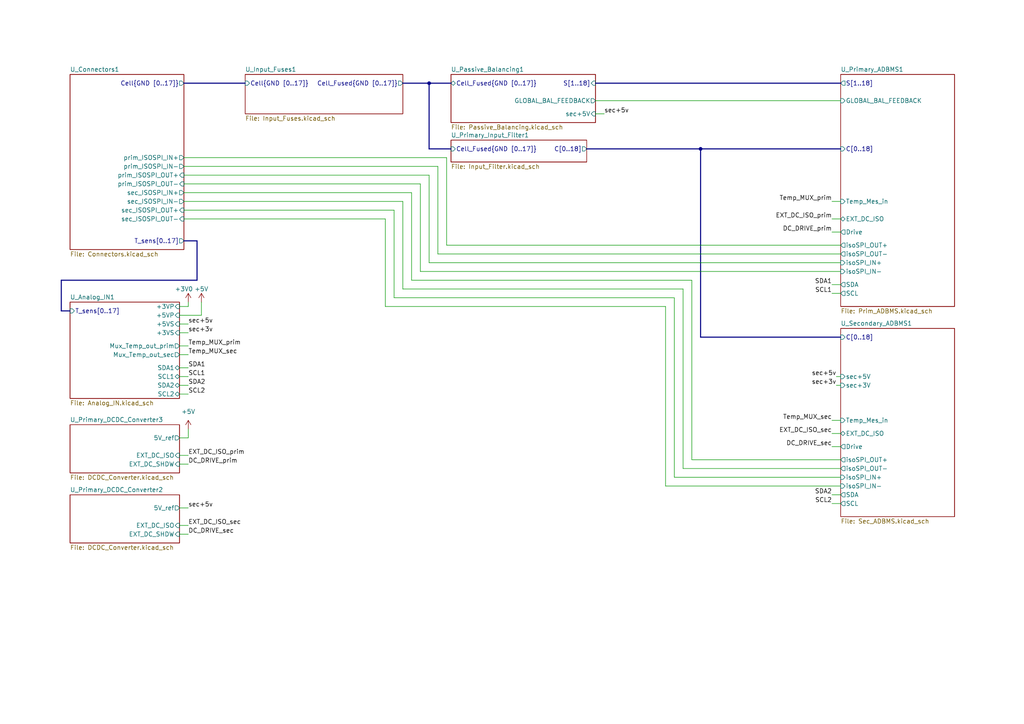
<source format=kicad_sch>
(kicad_sch (version 20230121) (generator eeschema)
  (paper "A4")
  (lib_symbols
    (symbol "power:+3V0" (power) (pin_names (offset 0))
      (property "Value" "+3V0" (at 0 3.556 0))
      (symbol "+3V0_0_1"
        (polyline (pts (xy -0.762 1.27) (xy 0 2.54)))
        (polyline (pts (xy 0 0) (xy 0 2.54)))
        (polyline (pts (xy 0 2.54) (xy 0.762 1.27)))
      )
      (symbol "+3V0_1_1"
        (pin power_in line (at 0 0 90) (length 0) hide (name "+3V0") (number "1"))
      )
    )
    (symbol "power:+5V" (power) (pin_names (offset 0))
      (property "Value" "+5V" (at 0 3.556 0))
      (symbol "+5V_0_1"
        (polyline (pts (xy -0.762 1.27) (xy 0 2.54)))
        (polyline (pts (xy 0 0) (xy 0 2.54)))
        (polyline (pts (xy 0 2.54) (xy 0.762 1.27)))
      )
      (symbol "+5V_1_1"
        (pin power_in line (at 0 0 90) (length 0) hide (name "+5V") (number "1"))
      )
    )
  )
  (junction (at 124.46 24.13))
  (junction (at 203.2 43.18))
  (wire (pts (xy 114.3 60.96) (xy 114.3 86.36)))
  (wire (pts (xy 111.76 63.5) (xy 111.76 88.9)))
  (wire (pts (xy 127 48.26) (xy 127 73.66)))
  (wire (pts (xy 111.76 88.9) (xy 193.04 88.9)))
  (wire (pts (xy 241.3 121.92) (xy 243.84 121.92)))
  (wire (pts (xy 53.34 58.42) (xy 116.84 58.42)))
  (bus (pts (xy 203.2 43.18) (xy 203.2 97.79)))
  (wire (pts (xy 195.58 86.36) (xy 195.58 138.43)))
  (wire (pts (xy 52.07 96.52) (xy 54.61 96.52)))
  (wire (pts (xy 53.34 63.5) (xy 111.76 63.5)))
  (wire (pts (xy 241.3 82.55) (xy 243.84 82.55)))
  (bus (pts (xy 203.2 43.18) (xy 243.84 43.18)))
  (bus (pts (xy 124.46 43.18) (xy 130.81 43.18)))
  (wire (pts (xy 52.07 91.44) (xy 58.42 91.44)))
  (wire (pts (xy 52.07 132.08) (xy 54.61 132.08)))
  (bus (pts (xy 203.2 97.79) (xy 243.84 97.79)))
  (bus (pts (xy 53.34 24.13) (xy 71.12 24.13)))
  (wire (pts (xy 193.04 88.9) (xy 193.04 140.97)))
  (wire (pts (xy 114.3 86.36) (xy 195.58 86.36)))
  (bus (pts (xy 53.34 69.85) (xy 57.15 69.85)))
  (wire (pts (xy 241.3 63.5) (xy 243.84 63.5)))
  (wire (pts (xy 241.3 129.54) (xy 243.84 129.54)))
  (wire (pts (xy 53.34 50.8) (xy 124.46 50.8)))
  (wire (pts (xy 129.54 45.72) (xy 129.54 71.12)))
  (wire (pts (xy 116.84 58.42) (xy 116.84 83.82)))
  (wire (pts (xy 200.66 81.28) (xy 200.66 133.35)))
  (wire (pts (xy 242.57 111.76) (xy 243.84 111.76)))
  (bus (pts (xy 124.46 24.13) (xy 124.46 43.18)))
  (wire (pts (xy 52.07 106.68) (xy 54.61 106.68)))
  (wire (pts (xy 124.46 50.8) (xy 124.46 76.2)))
  (bus (pts (xy 17.78 90.17) (xy 20.32 90.17)))
  (wire (pts (xy 119.38 81.28) (xy 200.66 81.28)))
  (wire (pts (xy 53.34 45.72) (xy 129.54 45.72)))
  (wire (pts (xy 121.92 78.74) (xy 243.84 78.74)))
  (bus (pts (xy 57.15 69.85) (xy 57.15 81.28)))
  (wire (pts (xy 52.07 154.94) (xy 54.61 154.94)))
  (wire (pts (xy 241.3 125.73) (xy 243.84 125.73)))
  (wire (pts (xy 53.34 60.96) (xy 114.3 60.96)))
  (bus (pts (xy 17.78 81.28) (xy 17.78 90.17)))
  (wire (pts (xy 52.07 127) (xy 54.61 127)))
  (wire (pts (xy 200.66 133.35) (xy 243.84 133.35)))
  (wire (pts (xy 52.07 109.22) (xy 54.61 109.22)))
  (wire (pts (xy 129.54 71.12) (xy 243.84 71.12)))
  (wire (pts (xy 53.34 53.34) (xy 121.92 53.34)))
  (wire (pts (xy 52.07 88.9) (xy 54.61 88.9)))
  (wire (pts (xy 52.07 147.32) (xy 54.61 147.32)))
  (wire (pts (xy 58.42 87.63) (xy 58.42 91.44)))
  (wire (pts (xy 121.92 53.34) (xy 121.92 78.74)))
  (wire (pts (xy 198.12 83.82) (xy 198.12 135.89)))
  (wire (pts (xy 53.34 55.88) (xy 119.38 55.88)))
  (wire (pts (xy 172.72 29.21) (xy 243.84 29.21)))
  (wire (pts (xy 116.84 83.82) (xy 198.12 83.82)))
  (wire (pts (xy 52.07 93.98) (xy 54.61 93.98)))
  (wire (pts (xy 241.3 143.51) (xy 243.84 143.51)))
  (wire (pts (xy 193.04 140.97) (xy 243.84 140.97)))
  (wire (pts (xy 242.57 109.22) (xy 243.84 109.22)))
  (wire (pts (xy 241.3 67.31) (xy 243.84 67.31)))
  (wire (pts (xy 241.3 146.05) (xy 243.84 146.05)))
  (wire (pts (xy 172.72 33.02) (xy 175.26 33.02)))
  (wire (pts (xy 119.38 55.88) (xy 119.38 81.28)))
  (wire (pts (xy 54.61 87.63) (xy 54.61 88.9)))
  (wire (pts (xy 198.12 135.89) (xy 243.84 135.89)))
  (bus (pts (xy 170.18 43.18) (xy 203.2 43.18)))
  (wire (pts (xy 52.07 134.62) (xy 54.61 134.62)))
  (wire (pts (xy 54.61 124.46) (xy 54.61 127)))
  (wire (pts (xy 195.58 138.43) (xy 243.84 138.43)))
  (bus (pts (xy 116.84 24.13) (xy 124.46 24.13)))
  (wire (pts (xy 52.07 111.76) (xy 54.61 111.76)))
  (wire (pts (xy 241.3 58.42) (xy 243.84 58.42)))
  (wire (pts (xy 241.3 85.09) (xy 243.84 85.09)))
  (wire (pts (xy 124.46 76.2) (xy 243.84 76.2)))
  (wire (pts (xy 52.07 114.3) (xy 54.61 114.3)))
  (wire (pts (xy 127 73.66) (xy 243.84 73.66)))
  (wire (pts (xy 52.07 152.4) (xy 54.61 152.4)))
  (bus (pts (xy 124.46 24.13) (xy 130.81 24.13)))
  (wire (pts (xy 53.34 48.26) (xy 127 48.26)))
  (bus (pts (xy 172.72 24.13) (xy 243.84 24.13)))
  (wire (pts (xy 52.07 100.33) (xy 54.61 100.33)))
  (wire (pts (xy 52.07 102.87) (xy 54.61 102.87)))
  (bus (pts (xy 17.78 81.28) (xy 57.15 81.28)))
  (label "Temp_MUX_prim" (at 241.3 58.42 180))
  (label "EXT_DC_ISO_prim" (at 54.61 132.08 0))
  (label "SDA2" (at 241.3 143.51 180))
  (label "SDA1" (at 241.3 82.55 180))
  (label "EXT_DC_ISO_prim" (at 241.3 63.5 180))
  (label "SDA2" (at 54.61 111.76 0))
  (label "SCL2" (at 54.61 114.3 0))
  (label "SDA1" (at 54.61 106.68 0))
  (label "sec+3v" (at 54.61 96.52 0))
  (label "sec+5v" (at 175.26 33.02 0))
  (label "DC_DRIVE_sec" (at 54.61 154.94 0))
  (label "sec+5v" (at 54.61 147.32 0))
  (label "DC_DRIVE_prim" (at 54.61 134.62 0))
  (label "SCL1" (at 54.61 109.22 0))
  (label "Temp_MUX_sec" (at 54.61 102.87 0))
  (label "DC_DRIVE_sec" (at 241.3 129.54 180))
  (label "Temp_MUX_prim" (at 54.61 100.33 0))
  (label "sec+3v" (at 242.57 111.76 180))
  (label "sec+5v" (at 242.57 109.22 180))
  (label "DC_DRIVE_prim" (at 241.3 67.31 180))
  (label "SCL2" (at 241.3 146.05 180))
  (label "EXT_DC_ISO_sec" (at 241.3 125.73 180))
  (label "SCL1" (at 241.3 85.09 180))
  (label "sec+5v" (at 54.61 93.98 0))
  (label "EXT_DC_ISO_sec" (at 54.61 152.4 0))
  (label "Temp_MUX_sec" (at 241.3 121.92 180))
  (symbol (lib_id "power:+5V") (at 54.61 124.46 0) (unit 1)
    (property "Reference" "#PWR016" (effects hide))
    (property "Value" "+5V" (at 54.61 119.38 0))
    (instances (project "BMS-Slave" (path "" (reference "#PWR016") (unit 1)) (path "" (reference "#PWR065") (unit 1))))
  )
  (symbol (lib_id "power:+3V0") (at 54.61 87.63 0) (unit 1)
    (property "Reference" "#PWR049" (effects hide))
    (property "Value" "+3V0" (at 53.34 83.82 0))
    (instances (project "BMS-Slave" (path "" (reference "#PWR049") (unit 1)) (path "" (reference "#PWR064") (unit 1))))
  )
  (symbol (lib_id "power:+5V") (at 58.42 87.63 0) (unit 1)
    (property "Reference" "#PWR048" (effects hide))
    (property "Value" "+5V" (at 58.42 83.82 0))
    (instances (project "BMS-Slave" (path "" (reference "#PWR048") (unit 1)) (path "" (reference "#PWR066") (unit 1))))
  )
  (sheet (at 20.32 143.51) (size 31.75 13.97) (stroke (width 0.1524))
    (property "Sheetname" "U_Primary_DCDC_Converter2" (at 20.32 142.7984 0) (effects (justify left bottom)))
    (property "Sheetfile" "DCDC_Converter.kicad_sch" (at 20.32 158.0646 0) (effects (justify left top)))
    (pin "5V_ref" output (at 52.07 147.32 0))
    (pin "EXT_DC_ISO" input (at 52.07 152.4 0))
    (pin "­­EXT_DC_SHDW" input (at 52.07 154.94 0))
  )
  (sheet (at 130.81 40.64) (size 39.37 6.35) (stroke (width 0.1524))
    (property "Sheetname" "U_Primary_Input_Filter1" (at 130.81 39.9284 0) (effects (justify left bottom)))
    (property "Sheetfile" "Input_Filter.kicad_sch" (at 130.81 47.5746 0) (effects (justify left top)))
    (pin "Cell_Fused{GND [0..17]}" input (at 130.81 43.18 180))
    (pin "C[0..18]" output (at 170.18 43.18 0))
  )
  (sheet (at 243.84 95.25) (size 33.02 54.61) (stroke (width 0.1524))
    (property "Sheetname" "U_Secondary_ADBMS1" (at 243.84 94.5384 0) (effects (justify left bottom)))
    (property "Sheetfile" "Sec_ADBMS.kicad_sch" (at 243.84 150.4446 0) (effects (justify left top)))
    (pin "EXT_DC_ISO" bidirectional (at 243.84 125.73 180))
    (pin "Drive" output (at 243.84 129.54 180))
    (pin "isoSPI_OUT+" output (at 243.84 133.35 180))
    (pin "isoSPI_OUT-" output (at 243.84 135.89 180))
    (pin "isoSPI_IN+" input (at 243.84 138.43 180))
    (pin "isoSPI_IN-" input (at 243.84 140.97 180))
    (pin "SDA" output (at 243.84 143.51 180))
    (pin "SCL" output (at 243.84 146.05 180))
    (pin "C[0..18]" input (at 243.84 97.79 180))
    (pin "sec+5V" input (at 243.84 109.22 180))
    (pin "sec+3V" input (at 243.84 111.76 180))
    (pin "Temp_Mes_in" input (at 243.84 121.92 180))
  )
  (sheet (at 20.32 87.63) (size 31.75 27.94) (stroke (width 0.1524))
    (property "Sheetname" "U_Analog_IN1" (at 20.32 86.9184 0) (effects (justify left bottom)))
    (property "Sheetfile" "Analog_IN.kicad_sch" (at 20.32 116.1546 0) (effects (justify left top)))
    (pin "+3VP" input (at 52.07 88.9 0))
    (pin "T_sens[0..17]" input (at 20.32 90.17 180))
    (pin "+5VS" input (at 52.07 93.98 0))
    (pin "SCL2" bidirectional (at 52.07 114.3 0))
    (pin "SDA2" bidirectional (at 52.07 111.76 0))
    (pin "SCL1" bidirectional (at 52.07 109.22 0))
    (pin "SDA1" bidirectional (at 52.07 106.68 0))
    (pin "+5VP" input (at 52.07 91.44 0))
    (pin "Mux_Temp_out_sec" output (at 52.07 102.87 0))
    (pin "Mux_Temp_out_prim" output (at 52.07 100.33 0))
    (pin "+3VS" input (at 52.07 96.52 0))
  )
  (sheet (at 243.84 21.59) (size 33.02 67.31) (stroke (width 0.1524))
    (property "Sheetname" "U_Primary_ADBMS1" (at 243.84 20.8784 0) (effects (justify left bottom)))
    (property "Sheetfile" "Prim_ADBMS.kicad_sch" (at 243.84 89.4846 0) (effects (justify left top)))
    (pin "EXT_DC_ISO" bidirectional (at 243.84 63.5 180))
    (pin "Drive" output (at 243.84 67.31 180))
    (pin "isoSPI_OUT+" output (at 243.84 71.12 180))
    (pin "isoSPI_OUT-" output (at 243.84 73.66 180))
    (pin "isoSPI_IN+" input (at 243.84 76.2 180))
    (pin "isoSPI_IN-" input (at 243.84 78.74 180))
    (pin "SDA" output (at 243.84 82.55 180))
    (pin "SCL" output (at 243.84 85.09 180))
    (pin "C[0..18]" input (at 243.84 43.18 180))
    (pin "S[1..18]" output (at 243.84 24.13 180))
    (pin "GLOBAL_BAL_FEEDBACK" input (at 243.84 29.21 180))
    (pin "Temp_Mes_in" input (at 243.84 58.42 180))
  )
  (sheet (at 71.12 21.59) (size 45.72 11.43) (stroke (width 0.1524))
    (property "Sheetname" "U_Input_Fuses1" (at 71.12 20.8784 0) (effects (justify left bottom)))
    (property "Sheetfile" "Input_Fuses.kicad_sch" (at 71.12 33.6046 0) (effects (justify left top)))
    (pin "Cell{GND [0..17]}" input (at 71.12 24.13 180))
    (pin "Cell_Fused{GND [0..17]}" output (at 116.84 24.13 0))
  )
  (sheet (at 130.81 21.59) (size 41.91 13.97) (stroke (width 0.1524))
    (property "Sheetname" "U_Passive_Balancing1" (at 130.81 20.8784 0) (effects (justify left bottom)))
    (property "Sheetfile" "Passive_Balancing.kicad_sch" (at 130.81 36.1446 0) (effects (justify left top)))
    (pin "Cell_Fused{GND [0..17]}" bidirectional (at 130.81 24.13 180))
    (pin "S[1..18]" input (at 172.72 24.13 0))
    (pin "GLOBAL_BAL_FEEDBACK" output (at 172.72 29.21 0))
    (pin "sec+5V" input (at 172.72 33.02 0))
  )
  (sheet (at 20.32 21.59) (size 33.02 50.8) (stroke (width 0.1524))
    (property "Sheetname" "U_Connectors1" (at 20.32 20.8784 0) (effects (justify left bottom)))
    (property "Sheetfile" "Connectors.kicad_sch" (at 20.32 72.9746 0) (effects (justify left top)))
    (pin "Cell{GND [0..17]}" output (at 53.34 24.13 0))
    (pin "prim_ISOSPI_IN-" output (at 53.34 48.26 0))
    (pin "prim_ISOSPI_IN+" output (at 53.34 45.72 0))
    (pin "prim_ISOSPI_OUT-" input (at 53.34 53.34 0))
    (pin "prim_ISOSPI_OUT+" input (at 53.34 50.8 0))
    (pin "sec_ISOSPI_IN+" output (at 53.34 55.88 0))
    (pin "sec_ISOSPI_IN-" output (at 53.34 58.42 0))
    (pin "sec_ISOSPI_OUT+" input (at 53.34 60.96 0))
    (pin "sec_ISOSPI_OUT-" input (at 53.34 63.5 0))
    (pin "T_sens[0..17]" output (at 53.34 69.85 0))
  )
  (sheet (at 20.32 123.19) (size 31.75 13.97) (stroke (width 0.1524))
    (property "Sheetname" "U_Primary_DCDC_Converter3" (at 20.32 122.4784 0) (effects (justify left bottom)))
    (property "Sheetfile" "DCDC_Converter.kicad_sch" (at 20.32 137.7446 0) (effects (justify left top)))
    (pin "5V_ref" output (at 52.07 127 0))
    (pin "EXT_DC_ISO" input (at 52.07 132.08 0))
    (pin "­­EXT_DC_SHDW" input (at 52.07 134.62 0))
  )
)
</source>
